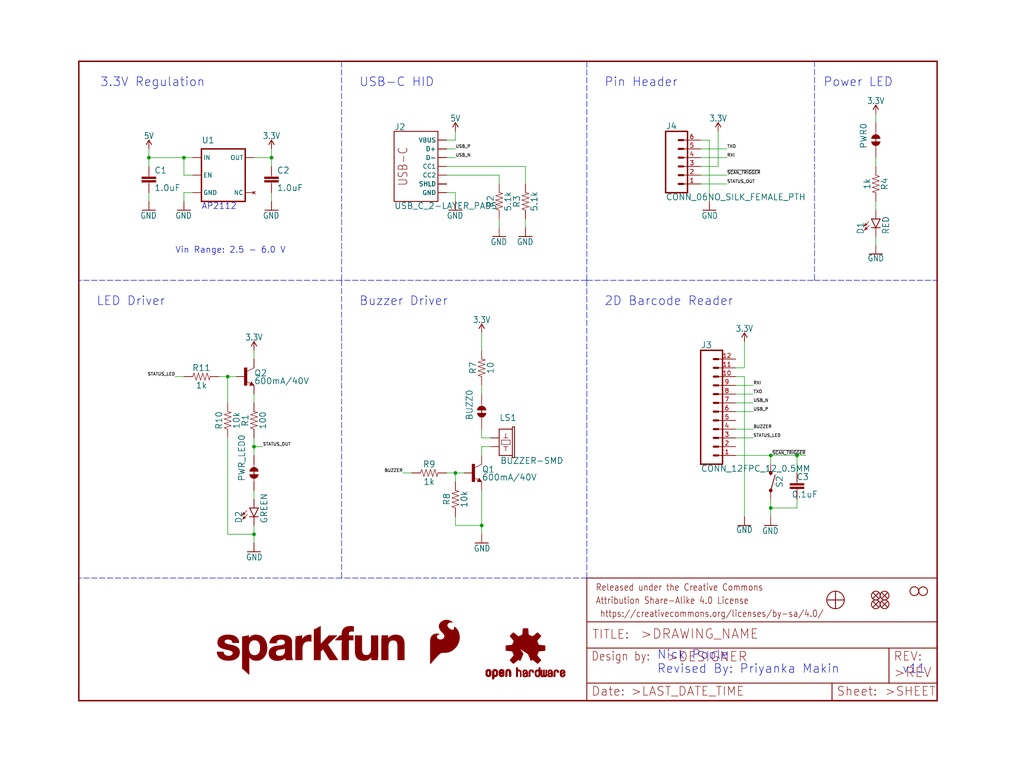
<source format=kicad_sch>
(kicad_sch (version 20211123) (generator eeschema)
  (paper "User" 297.002 223.926)
  (lib_symbols
    (symbol "eagleSchem-eagle-import:0.1UF-0603-25V-(+80{slash}-20%)"
      (property "Reference" "C" (at 1.524 2.921 0))
      (property "Value" "0.1UF-0603-25V-(+80{slash}-20%)" (at 1.524 -2.159 0))
      (symbol "0.1UF-0603-25V-(+80{slash}-20%)_1_0"
        (pin passive line (at 0 5.08 270) (length 2.54) (name "1") (number "1"))
        (pin passive line (at 0 -2.54 90) (length 2.54) (name "2") (number "2"))
      )
    )
    (symbol "eagleSchem-eagle-import:1.0UF-0603-16V-10%"
      (property "Reference" "C" (at 1.524 2.921 0))
      (property "Value" "1.0UF-0603-16V-10%" (at 1.524 -2.159 0))
      (symbol "1.0UF-0603-16V-10%_1_0"
        (pin passive line (at 0 5.08 270) (length 2.54) (name "1") (number "1"))
        (pin passive line (at 0 -2.54 90) (length 2.54) (name "2") (number "2"))
      )
    )
    (symbol "eagleSchem-eagle-import:100OHM-0603-1{slash}10W-1%"
      (property "Reference" "R" (at 0 1.524 0))
      (property "Value" "100OHM-0603-1{slash}10W-1%" (at 0 -1.524 0))
      (symbol "100OHM-0603-1{slash}10W-1%_1_0"
        (pin passive line (at -5.08 0 0) (length 2.54) (name "1") (number "1"))
        (pin passive line (at 5.08 0 180) (length 2.54) (name "2") (number "2"))
      )
    )
    (symbol "eagleSchem-eagle-import:10KOHM-0603-1{slash}10W-1%"
      (property "Reference" "R" (at 0 1.524 0))
      (property "Value" "10KOHM-0603-1{slash}10W-1%" (at 0 -1.524 0))
      (symbol "10KOHM-0603-1{slash}10W-1%_1_0"
        (pin passive line (at -5.08 0 0) (length 2.54) (name "1") (number "1"))
        (pin passive line (at 5.08 0 180) (length 2.54) (name "2") (number "2"))
      )
    )
    (symbol "eagleSchem-eagle-import:10OHM-0603-1{slash}10W-5%"
      (property "Reference" "R" (at 0 1.524 0))
      (property "Value" "10OHM-0603-1{slash}10W-5%" (at 0 -1.524 0))
      (symbol "10OHM-0603-1{slash}10W-5%_1_0"
        (pin passive line (at -5.08 0 0) (length 2.54) (name "1") (number "1"))
        (pin passive line (at 5.08 0 180) (length 2.54) (name "2") (number "2"))
      )
    )
    (symbol "eagleSchem-eagle-import:1KOHM-0603-1{slash}10W-1%"
      (property "Reference" "R" (at 0 1.524 0))
      (property "Value" "1KOHM-0603-1{slash}10W-1%" (at 0 -1.524 0))
      (symbol "1KOHM-0603-1{slash}10W-1%_1_0"
        (pin passive line (at -5.08 0 0) (length 2.54) (name "1") (number "1"))
        (pin passive line (at 5.08 0 180) (length 2.54) (name "2") (number "2"))
      )
    )
    (symbol "eagleSchem-eagle-import:3.3V" (power)
      (property "Value" "3.3V" (at 0 2.794 0))
      (symbol "3.3V_1_0"
        (pin power_in line (at 0 0 90) (length 2.54) (name "3.3V") (number "1"))
      )
    )
    (symbol "eagleSchem-eagle-import:5.1KOHM5.1KOHM-0603-1{slash}10W-1%"
      (property "Reference" "R" (at 0 1.524 0))
      (property "Value" "5.1KOHM5.1KOHM-0603-1{slash}10W-1%" (at 0 -1.524 0))
      (symbol "5.1KOHM5.1KOHM-0603-1{slash}10W-1%_1_0"
        (pin passive line (at -5.08 0 0) (length 2.54) (name "1") (number "1"))
        (pin passive line (at 5.08 0 180) (length 2.54) (name "2") (number "2"))
      )
    )
    (symbol "eagleSchem-eagle-import:5V" (power)
      (property "Value" "5V" (at 0 2.794 0))
      (symbol "5V_1_0"
        (pin power_in line (at 0 0 90) (length 2.54) (name "5V") (number "1"))
      )
    )
    (symbol "eagleSchem-eagle-import:BARCODE_SCANNER_MOUNT")
    (symbol "eagleSchem-eagle-import:BUZZER-SMD"
      (property "Reference" "LS" (at -2.54 4.826 0))
      (property "Value" "BUZZER-SMD" (at 5.334 0 0))
      (symbol "BUZZER-SMD_1_0"
        (pin passive line (at 0 -2.54 90) (length 2.54) (name "1") (number "+"))
        (pin passive line (at 2.54 -2.54 90) (length 2.54) (name "2") (number "-"))
      )
    )
    (symbol "eagleSchem-eagle-import:CONN_06NO_SILK_FEMALE_PTH"
      (property "Reference" "J" (at -5.08 10.668 0))
      (property "Value" "CONN_06NO_SILK_FEMALE_PTH" (at -5.08 -9.906 0))
      (symbol "CONN_06NO_SILK_FEMALE_PTH_1_0"
        (pin passive line (at 5.08 -5.08 180) (length 5.08) (name "1") (number "1"))
        (pin passive line (at 5.08 -2.54 180) (length 5.08) (name "2") (number "2"))
        (pin passive line (at 5.08 0 180) (length 5.08) (name "3") (number "3"))
        (pin passive line (at 5.08 2.54 180) (length 5.08) (name "4") (number "4"))
        (pin passive line (at 5.08 5.08 180) (length 5.08) (name "5") (number "5"))
        (pin passive line (at 5.08 7.62 180) (length 5.08) (name "6") (number "6"))
      )
    )
    (symbol "eagleSchem-eagle-import:CONN_12FPC_12_0.5MM"
      (property "Reference" "J" (at 0 15.748 0))
      (property "Value" "CONN_12FPC_12_0.5MM" (at 0 -20.066 0))
      (symbol "CONN_12FPC_12_0.5MM_1_0"
        (pin passive line (at 10.16 -15.24 180) (length 5.08) (name "1") (number "1"))
        (pin passive line (at 10.16 7.62 180) (length 5.08) (name "10") (number "10"))
        (pin passive line (at 10.16 10.16 180) (length 5.08) (name "11") (number "11"))
        (pin passive line (at 10.16 12.7 180) (length 5.08) (name "12") (number "12"))
        (pin passive line (at 10.16 -12.7 180) (length 5.08) (name "2") (number "2"))
        (pin passive line (at 10.16 -10.16 180) (length 5.08) (name "3") (number "3"))
        (pin passive line (at 10.16 -7.62 180) (length 5.08) (name "4") (number "4"))
        (pin passive line (at 10.16 -5.08 180) (length 5.08) (name "5") (number "5"))
        (pin passive line (at 10.16 -2.54 180) (length 5.08) (name "6") (number "6"))
        (pin passive line (at 10.16 0 180) (length 5.08) (name "7") (number "7"))
        (pin passive line (at 10.16 2.54 180) (length 5.08) (name "8") (number "8"))
        (pin passive line (at 10.16 5.08 180) (length 5.08) (name "9") (number "9"))
      )
    )
    (symbol "eagleSchem-eagle-import:FIDUCIALUFIDUCIAL")
    (symbol "eagleSchem-eagle-import:FRAME-LETTER"
      (symbol "FRAME-LETTER_2_0"
        (text " https://creativecommons.org/licenses/by-sa/4.0/" (at 2.54 24.13 0) (effects (font (size 1.9304 1.6408)) (justify left bottom)))
        (text ">DESIGNER" (at 23.114 11.176 0) (effects (font (size 2.7432 2.7432)) (justify left bottom)))
        (text ">DRAWING_NAME" (at 15.494 17.78 0) (effects (font (size 2.7432 2.7432)) (justify left bottom)))
        (text ">LAST_DATE_TIME" (at 12.7 1.27 0) (effects (font (size 2.54 2.54)) (justify left bottom)))
        (text ">REV" (at 88.9 6.604 0) (effects (font (size 2.7432 2.7432)) (justify left bottom)))
        (text ">SHEET" (at 86.36 1.27 0) (effects (font (size 2.54 2.54)) (justify left bottom)))
        (text "Attribution Share-Alike 4.0 License" (at 2.54 27.94 0) (effects (font (size 1.9304 1.6408)) (justify left bottom)))
        (text "Date:" (at 1.27 1.27 0) (effects (font (size 2.54 2.54)) (justify left bottom)))
        (text "Design by:" (at 1.27 11.43 0) (effects (font (size 2.54 2.159)) (justify left bottom)))
        (text "Released under the Creative Commons" (at 2.54 31.75 0) (effects (font (size 1.9304 1.6408)) (justify left bottom)))
        (text "REV:" (at 88.9 11.43 0) (effects (font (size 2.54 2.54)) (justify left bottom)))
        (text "Sheet:" (at 72.39 1.27 0) (effects (font (size 2.54 2.54)) (justify left bottom)))
        (text "TITLE:" (at 1.524 17.78 0) (effects (font (size 2.54 2.54)) (justify left bottom)))
      )
    )
    (symbol "eagleSchem-eagle-import:GND" (power)
      (property "Value" "GND" (at 0 -0.254 0))
      (symbol "GND_1_0"
        (pin power_in line (at 0 2.54 270) (length 2.54) (name "GND") (number "1"))
      )
    )
    (symbol "eagleSchem-eagle-import:JUMPER-SMT_2_NC_TRACE_SILK"
      (property "Reference" "JP" (at -2.54 2.54 0))
      (property "Value" "JUMPER-SMT_2_NC_TRACE_SILK" (at -2.54 -2.54 0))
      (symbol "JUMPER-SMT_2_NC_TRACE_SILK_1_0"
        (pin passive line (at -5.08 0 0) (length 2.54) (name "1") (number "1"))
        (pin passive line (at 5.08 0 180) (length 2.54) (name "2") (number "2"))
      )
    )
    (symbol "eagleSchem-eagle-import:LED-GREEN0603"
      (property "Reference" "D" (at -3.429 -4.572 90))
      (property "Value" "LED-GREEN0603" (at 1.905 -4.572 90))
      (symbol "LED-GREEN0603_1_0"
        (pin passive line (at 0 2.54 270) (length 2.54) (name "A") (number "A"))
        (pin passive line (at 0 -5.08 90) (length 2.54) (name "C") (number "C"))
      )
    )
    (symbol "eagleSchem-eagle-import:LED-RED0603"
      (property "Reference" "D" (at -3.429 -4.572 90))
      (property "Value" "LED-RED0603" (at 1.905 -4.572 90))
      (symbol "LED-RED0603_1_0"
        (pin passive line (at 0 2.54 270) (length 2.54) (name "A") (number "A"))
        (pin passive line (at 0 -5.08 90) (length 2.54) (name "C") (number "C"))
      )
    )
    (symbol "eagleSchem-eagle-import:MOMENTARY-SWITCH-SPST-SMD-5.2MM-TALL"
      (property "Reference" "S" (at 0 1.524 0))
      (property "Value" "MOMENTARY-SWITCH-SPST-SMD-5.2MM-TALL" (at 0 -0.508 0))
      (symbol "MOMENTARY-SWITCH-SPST-SMD-5.2MM-TALL_1_0"
        (pin passive line (at -5.08 0 0) (length 2.54) (name "1") (number "1"))
        (pin passive line (at 5.08 0 180) (length 2.54) (name "2") (number "3"))
      )
    )
    (symbol "eagleSchem-eagle-import:OSHW-LOGOS")
    (symbol "eagleSchem-eagle-import:SFE_LOGO_FLAME.1_INCH")
    (symbol "eagleSchem-eagle-import:SFE_LOGO_NAME.1_INCH")
    (symbol "eagleSchem-eagle-import:STAND-OFF")
    (symbol "eagleSchem-eagle-import:TRANS_NPN-MMBT2222AL"
      (property "Reference" "Q" (at 2.54 0 0))
      (property "Value" "TRANS_NPN-MMBT2222AL" (at 2.54 -2.286 0))
      (symbol "TRANS_NPN-MMBT2222AL_1_0"
        (pin passive line (at -2.54 0 0) (length 2.54) (name "B") (number "1"))
        (pin passive line (at 2.54 -5.08 90) (length 2.54) (name "E") (number "2"))
        (pin passive line (at 2.54 5.08 270) (length 2.54) (name "C") (number "3"))
      )
    )
    (symbol "eagleSchem-eagle-import:USB_C_2-LAYER_PADS"
      (property "Reference" "J" (at -2.54 10.414 0))
      (property "Value" "USB_C_2-LAYER_PADS" (at -2.54 -12.446 0))
      (symbol "USB_C_2-LAYER_PADS_1_0"
        (text "USB-C" (at 0 0 900) (effects (font (size 2.54 2.159))))
        (pin bidirectional line (at 12.7 0 180) (length 2.54) (name "CC1") (number "A5"))
        (pin bidirectional line (at 12.7 5.08 180) (length 2.54) (name "D+") (number "A6"))
        (pin bidirectional line (at 12.7 2.54 180) (length 2.54) (name "D-") (number "A7"))
        (pin bidirectional line (at 12.7 -2.54 180) (length 2.54) (name "CC2") (number "B5"))
        (pin bidirectional line (at 12.7 5.08 180) (length 2.54) (name "D+") (number "B6"))
        (pin bidirectional line (at 12.7 2.54 180) (length 2.54) (name "D-") (number "B7"))
        (pin bidirectional line (at 12.7 -7.62 180) (length 2.54) (name "GND") (number "GND"))
        (pin bidirectional line (at 12.7 -7.62 180) (length 2.54) (name "GND") (number "GND2"))
        (pin bidirectional line (at 12.7 -5.08 180) (length 2.54) (name "SHLD") (number "SHLD1"))
        (pin bidirectional line (at 12.7 -5.08 180) (length 2.54) (name "SHLD") (number "SHLD2"))
        (pin bidirectional line (at 12.7 -5.08 180) (length 2.54) (name "SHLD") (number "SHLD3"))
        (pin bidirectional line (at 12.7 -5.08 180) (length 2.54) (name "SHLD") (number "SHLD4"))
        (pin bidirectional line (at 12.7 7.62 180) (length 2.54) (name "VBUS") (number "VBUS1"))
        (pin bidirectional line (at 12.7 7.62 180) (length 2.54) (name "VBUS") (number "VBUS2"))
      )
    )
    (symbol "eagleSchem-eagle-import:V_REG_AP2112K-3.3V"
      (property "Reference" "U" (at -7.62 7.874 0))
      (property "Value" "V_REG_AP2112K-3.3V" (at -7.62 -7.874 0))
      (symbol "V_REG_AP2112K-3.3V_1_0"
        (pin input line (at -10.16 5.08 0) (length 2.54) (name "IN") (number "1"))
        (pin input line (at -10.16 -5.08 0) (length 2.54) (name "GND") (number "2"))
        (pin input line (at -10.16 0 0) (length 2.54) (name "EN") (number "3"))
        (pin no_connect line (at 7.62 -5.08 180) (length 2.54) (name "NC") (number "4"))
        (pin passive line (at 7.62 5.08 180) (length 2.54) (name "OUT") (number "5"))
      )
    )
  )
  (junction (at 231.14 132.08))
  (junction (at 53.34 45.72))
  (junction (at 139.7 152.4))
  (junction (at 43.18 45.72))
  (junction (at 78.74 45.72))
  (junction (at 73.66 129.54))
  (junction (at 73.66 154.94))
  (junction (at 66.04 109.22))
  (junction (at 223.52 132.08))
  (junction (at 132.08 137.16))
  (junction (at 223.52 147.32))
  (wire (pts (xy 144.78 66.04) (xy 144.78 63.5)))
  (wire (pts (xy 231.14 132.08) (xy 233.68 132.08)))
  (wire (pts (xy 203.2 50.8) (xy 210.82 50.8)))
  (wire (pts (xy 213.36 127) (xy 218.44 127)))
  (polyline (pts (xy 170.18 167.64) (xy 170.18 81.28)))
  (wire (pts (xy 73.66 142.24) (xy 73.66 144.78)))
  (polyline (pts (xy 170.18 81.28) (xy 170.18 17.78)))
  (wire (pts (xy 254 58.42) (xy 254 60.96)))
  (wire (pts (xy 43.18 48.26) (xy 43.18 45.72)))
  (wire (pts (xy 129.54 40.64) (xy 132.08 40.64)))
  (wire (pts (xy 152.4 66.04) (xy 152.4 63.5)))
  (wire (pts (xy 223.52 147.32) (xy 223.52 144.78)))
  (wire (pts (xy 73.66 127) (xy 73.66 129.54)))
  (polyline (pts (xy 99.06 81.28) (xy 99.06 167.64)))
  (wire (pts (xy 132.08 149.86) (xy 132.08 152.4)))
  (wire (pts (xy 203.2 43.18) (xy 210.82 43.18)))
  (polyline (pts (xy 170.18 167.64) (xy 99.06 167.64)))
  (wire (pts (xy 73.66 157.48) (xy 73.66 154.94)))
  (wire (pts (xy 66.04 154.94) (xy 73.66 154.94)))
  (wire (pts (xy 223.52 149.86) (xy 223.52 147.32)))
  (wire (pts (xy 223.52 132.08) (xy 223.52 134.62)))
  (wire (pts (xy 213.36 116.84) (xy 218.44 116.84)))
  (wire (pts (xy 254 33.02) (xy 254 35.56)))
  (wire (pts (xy 73.66 129.54) (xy 73.66 132.08)))
  (wire (pts (xy 205.74 40.64) (xy 205.74 58.42)))
  (wire (pts (xy 129.54 48.26) (xy 152.4 48.26)))
  (wire (pts (xy 55.88 55.88) (xy 53.34 55.88)))
  (polyline (pts (xy 170.18 81.28) (xy 236.22 81.28)))
  (wire (pts (xy 231.14 147.32) (xy 223.52 147.32)))
  (wire (pts (xy 129.54 45.72) (xy 132.08 45.72)))
  (wire (pts (xy 254 68.58) (xy 254 71.12)))
  (wire (pts (xy 231.14 144.78) (xy 231.14 147.32)))
  (wire (pts (xy 213.36 111.76) (xy 218.44 111.76)))
  (wire (pts (xy 73.66 101.6) (xy 73.66 104.14)))
  (polyline (pts (xy 170.18 81.28) (xy 99.06 81.28)))
  (wire (pts (xy 231.14 132.08) (xy 223.52 132.08)))
  (wire (pts (xy 53.34 109.22) (xy 50.8 109.22)))
  (wire (pts (xy 139.7 124.46) (xy 139.7 127)))
  (polyline (pts (xy 236.22 17.78) (xy 236.22 81.28)))
  (wire (pts (xy 139.7 152.4) (xy 139.7 142.24)))
  (wire (pts (xy 78.74 45.72) (xy 73.66 45.72)))
  (wire (pts (xy 129.54 43.18) (xy 132.08 43.18)))
  (wire (pts (xy 134.62 137.16) (xy 132.08 137.16)))
  (wire (pts (xy 78.74 45.72) (xy 78.74 48.26)))
  (wire (pts (xy 215.9 109.22) (xy 215.9 149.86)))
  (wire (pts (xy 132.08 137.16) (xy 132.08 139.7)))
  (wire (pts (xy 139.7 114.3) (xy 139.7 111.76)))
  (polyline (pts (xy 99.06 81.28) (xy 22.86 81.28)))
  (wire (pts (xy 73.66 116.84) (xy 73.66 114.3)))
  (wire (pts (xy 213.36 109.22) (xy 215.9 109.22)))
  (wire (pts (xy 78.74 58.42) (xy 78.74 55.88)))
  (wire (pts (xy 73.66 129.54) (xy 76.2 129.54)))
  (wire (pts (xy 213.36 114.3) (xy 218.44 114.3)))
  (wire (pts (xy 66.04 109.22) (xy 63.5 109.22)))
  (wire (pts (xy 144.78 50.8) (xy 144.78 53.34)))
  (wire (pts (xy 208.28 38.1) (xy 208.28 48.26)))
  (wire (pts (xy 139.7 152.4) (xy 139.7 154.94)))
  (wire (pts (xy 53.34 45.72) (xy 43.18 45.72)))
  (wire (pts (xy 78.74 43.18) (xy 78.74 45.72)))
  (wire (pts (xy 139.7 101.6) (xy 139.7 96.52)))
  (polyline (pts (xy 236.22 81.28) (xy 271.78 81.28)))
  (polyline (pts (xy 99.06 167.64) (xy 22.86 167.64)))
  (wire (pts (xy 254 45.72) (xy 254 48.26)))
  (wire (pts (xy 213.36 106.68) (xy 215.9 106.68)))
  (wire (pts (xy 119.38 137.16) (xy 116.84 137.16)))
  (wire (pts (xy 203.2 40.64) (xy 205.74 40.64)))
  (wire (pts (xy 139.7 127) (xy 142.24 127)))
  (wire (pts (xy 53.34 50.8) (xy 53.34 45.72)))
  (wire (pts (xy 132.08 152.4) (xy 139.7 152.4)))
  (wire (pts (xy 132.08 40.64) (xy 132.08 38.1)))
  (wire (pts (xy 66.04 109.22) (xy 68.58 109.22)))
  (wire (pts (xy 152.4 53.34) (xy 152.4 48.26)))
  (wire (pts (xy 53.34 45.72) (xy 55.88 45.72)))
  (polyline (pts (xy 99.06 81.28) (xy 99.06 17.78)))
  (wire (pts (xy 43.18 58.42) (xy 43.18 55.88)))
  (wire (pts (xy 223.52 132.08) (xy 213.36 132.08)))
  (wire (pts (xy 129.54 55.88) (xy 132.08 55.88)))
  (wire (pts (xy 73.66 154.94) (xy 73.66 152.4)))
  (wire (pts (xy 213.36 119.38) (xy 218.44 119.38)))
  (wire (pts (xy 55.88 50.8) (xy 53.34 50.8)))
  (wire (pts (xy 43.18 43.18) (xy 43.18 45.72)))
  (wire (pts (xy 213.36 124.46) (xy 218.44 124.46)))
  (wire (pts (xy 203.2 48.26) (xy 208.28 48.26)))
  (wire (pts (xy 129.54 50.8) (xy 144.78 50.8)))
  (wire (pts (xy 139.7 129.54) (xy 142.24 129.54)))
  (wire (pts (xy 231.14 137.16) (xy 231.14 132.08)))
  (wire (pts (xy 132.08 55.88) (xy 132.08 58.42)))
  (wire (pts (xy 139.7 132.08) (xy 139.7 129.54)))
  (wire (pts (xy 66.04 127) (xy 66.04 154.94)))
  (wire (pts (xy 215.9 106.68) (xy 215.9 99.06)))
  (wire (pts (xy 53.34 55.88) (xy 53.34 58.42)))
  (wire (pts (xy 203.2 45.72) (xy 210.82 45.72)))
  (wire (pts (xy 203.2 53.34) (xy 210.82 53.34)))
  (wire (pts (xy 132.08 137.16) (xy 129.54 137.16)))
  (wire (pts (xy 66.04 116.84) (xy 66.04 109.22)))
  (text "Power LED" (at 238.76 25.4 180) (effects (font (size 2.54 2.54)) (justify left bottom)))
  (text "LED Driver" (at 27.94 88.9 180) (effects (font (size 2.54 2.54)) (justify left bottom)))
  (text "USB-C HID" (at 104.14 25.4 180) (effects (font (size 2.54 2.54)) (justify left bottom)))
  (text "Nick Poole\nRevised By: Priyanka Makin" (at 190.5 195.58 180) (effects (font (size 2.54 2.54)) (justify left bottom)))
  (text "Vin Range: 2.5 - 6.0 V" (at 50.8 73.66 180) (effects (font (size 1.778 1.778)) (justify left bottom)))
  (text "Pin Header" (at 175.26 25.4 180) (effects (font (size 2.54 2.54)) (justify left bottom)))
  (text "v11" (at 261.62 195.58 180) (effects (font (size 2.54 2.54)) (justify left bottom)))
  (text "AP2112" (at 58.42 60.96 180) (effects (font (size 1.778 1.778)) (justify left bottom)))
  (text "2D Barcode Reader" (at 175.26 88.9 180) (effects (font (size 2.54 2.54)) (justify left bottom)))
  (text "Buzzer Driver" (at 104.14 88.9 180) (effects (font (size 2.54 2.54)) (justify left bottom)))
  (text "3.3V Regulation" (at 28.956 25.4 180) (effects (font (size 2.54 2.54)) (justify left bottom)))
  (label "USB_P" (at 218.44 119.38 0) (effects (font (size 0.889 0.889))))
  (label "BUZZER" (at 218.44 124.46 0) (effects (font (size 0.889 0.889))))
  (label "STATUS_LED" (at 218.44 127 0) (effects (font (size 0.889 0.889))))
  (label "STATUS_OUT" (at 210.82 53.34 0) (effects (font (size 0.889 0.889))))
  (label "RXI" (at 218.44 111.76 0) (effects (font (size 0.889 0.889))))
  (label "~{SCAN_TRIGGER}" (at 210.82 50.8 0) (effects (font (size 0.889 0.889))))
  (label "TXO" (at 218.44 114.3 0) (effects (font (size 0.889 0.889))))
  (label "STATUS_LED" (at 50.8 109.22 180) (effects (font (size 0.889 0.889))))
  (label "~{SCAN_TRIGGER}" (at 233.68 132.08 180) (effects (font (size 0.889 0.889))))
  (label "USB_N" (at 218.44 116.84 0) (effects (font (size 0.889 0.889))))
  (label "TXO" (at 210.82 43.18 0) (effects (font (size 0.889 0.889))))
  (label "BUZZER" (at 116.84 137.16 180) (effects (font (size 0.889 0.889))))
  (label "USB_N" (at 132.08 45.72 0) (effects (font (size 0.889 0.889))))
  (label "RXI" (at 210.82 45.72 0) (effects (font (size 0.889 0.889))))
  (label "USB_P" (at 132.08 43.18 0) (effects (font (size 0.889 0.889))))
  (label "STATUS_OUT" (at 76.2 129.54 0) (effects (font (size 0.889 0.889))))
  (symbol (lib_id "eagleSchem-eagle-import:FRAME-LETTER") (at 22.86 203.2 0) (unit 1)
    (property "Reference" "FRAME1" (effects hide))
    (property "Value" "FRAME-LETTER" (effects hide))
    (property "Footprint" "eagleSchem:CREATIVE_COMMONS" (effects hide))
  )
  (symbol (lib_id "eagleSchem-eagle-import:3.3V") (at 139.7 96.52 0) (unit 1)
    (property "Reference" "#SUPPLY5" (effects hide))
    (property "Value" "3.3V" (at 139.7 93.726 0) (effects (font (size 1.778 1.5113)) (justify bottom)))
    (property "Footprint" "eagleSchem:" (effects hide))
  )
  (symbol (lib_id "eagleSchem-eagle-import:GND") (at 223.52 152.4 0) (unit 1)
    (property "Reference" "#GND13" (effects hide))
    (property "Value" "GND" (at 220.98 154.94 0) (effects (font (size 1.778 1.5113)) (justify left bottom)))
    (property "Footprint" "eagleSchem:" (effects hide))
  )
  (symbol (lib_id "eagleSchem-eagle-import:GND") (at 73.66 160.02 0) (mirror y) (unit 1)
    (property "Reference" "#GND10" (effects hide))
    (property "Value" "GND" (at 76.2 162.56 0) (effects (font (size 1.778 1.5113)) (justify left bottom)))
    (property "Footprint" "eagleSchem:" (effects hide))
  )
  (symbol (lib_id "eagleSchem-eagle-import:5.1KOHM5.1KOHM-0603-1{slash}10W-1%") (at 144.78 58.42 90) (unit 1)
    (property "Reference" "R2" (at 143.256 58.42 0) (effects (font (size 1.778 1.778)) (justify bottom)))
    (property "Value" "5.1k" (at 146.304 58.42 0) (effects (font (size 1.778 1.778)) (justify top)))
    (property "Footprint" "eagleSchem:0603" (effects hide))
  )
  (symbol (lib_id "eagleSchem-eagle-import:FRAME-LETTER") (at 170.18 203.2 0) (unit 2)
    (property "Reference" "FRAME1" (effects hide))
    (property "Value" "FRAME-LETTER" (effects hide))
    (property "Footprint" "eagleSchem:CREATIVE_COMMONS" (effects hide))
  )
  (symbol (lib_id "eagleSchem-eagle-import:STAND-OFF") (at 265.176 171.45 0) (unit 1)
    (property "Reference" "H3" (effects hide))
    (property "Value" "STAND-OFF" (effects hide))
    (property "Footprint" "eagleSchem:STAND-OFF" (effects hide))
  )
  (symbol (lib_id "eagleSchem-eagle-import:GND") (at 215.9 152.4 0) (unit 1)
    (property "Reference" "#GND12" (effects hide))
    (property "Value" "GND" (at 215.9 152.654 0) (effects (font (size 1.778 1.5113)) (justify top)))
    (property "Footprint" "eagleSchem:" (effects hide))
  )
  (symbol (lib_id "eagleSchem-eagle-import:GND") (at 254 73.66 0) (unit 1)
    (property "Reference" "#GND2" (effects hide))
    (property "Value" "GND" (at 254 73.914 0) (effects (font (size 1.778 1.5113)) (justify top)))
    (property "Footprint" "eagleSchem:" (effects hide))
  )
  (symbol (lib_id "eagleSchem-eagle-import:5V") (at 43.18 43.18 0) (unit 1)
    (property "Reference" "#SUPPLY8" (effects hide))
    (property "Value" "5V" (at 43.18 40.386 0) (effects (font (size 1.778 1.5113)) (justify bottom)))
    (property "Footprint" "eagleSchem:" (effects hide))
  )
  (symbol (lib_id "eagleSchem-eagle-import:1.0UF-0603-16V-10%") (at 78.74 53.34 0) (unit 1)
    (property "Reference" "C2" (at 80.264 50.419 0) (effects (font (size 1.778 1.778)) (justify left bottom)))
    (property "Value" "1.0uF" (at 80.264 55.499 0) (effects (font (size 1.778 1.778)) (justify left bottom)))
    (property "Footprint" "eagleSchem:0603" (effects hide))
  )
  (symbol (lib_id "eagleSchem-eagle-import:GND") (at 43.18 60.96 0) (unit 1)
    (property "Reference" "#GND6" (effects hide))
    (property "Value" "GND" (at 40.64 63.5 0) (effects (font (size 1.778 1.5113)) (justify left bottom)))
    (property "Footprint" "eagleSchem:" (effects hide))
  )
  (symbol (lib_id "eagleSchem-eagle-import:FIDUCIALUFIDUCIAL") (at 254 175.26 0) (unit 1)
    (property "Reference" "FD4" (effects hide))
    (property "Value" "FIDUCIALUFIDUCIAL" (effects hide))
    (property "Footprint" "eagleSchem:FIDUCIAL-MICRO" (effects hide))
  )
  (symbol (lib_id "eagleSchem-eagle-import:GND") (at 139.7 157.48 0) (mirror y) (unit 1)
    (property "Reference" "#GND8" (effects hide))
    (property "Value" "GND" (at 142.24 160.02 0) (effects (font (size 1.778 1.5113)) (justify left bottom)))
    (property "Footprint" "eagleSchem:" (effects hide))
  )
  (symbol (lib_id "eagleSchem-eagle-import:1KOHM-0603-1{slash}10W-1%") (at 124.46 137.16 0) (unit 1)
    (property "Reference" "R9" (at 124.46 135.636 0) (effects (font (size 1.778 1.778)) (justify bottom)))
    (property "Value" "1k" (at 124.46 138.684 0) (effects (font (size 1.778 1.778)) (justify top)))
    (property "Footprint" "eagleSchem:0603" (effects hide))
  )
  (symbol (lib_id "eagleSchem-eagle-import:BUZZER-SMD") (at 144.78 127 270) (unit 1)
    (property "Reference" "LS1" (at 144.78 122.174 90) (effects (font (size 1.778 1.778)) (justify left bottom)))
    (property "Value" "BUZZER-SMD" (at 145.034 134.62 90) (effects (font (size 1.778 1.778)) (justify left bottom)))
    (property "Footprint" "eagleSchem:BUZZER-CCV" (effects hide))
  )
  (symbol (lib_id "eagleSchem-eagle-import:GND") (at 132.08 60.96 0) (unit 1)
    (property "Reference" "#GND4" (effects hide))
    (property "Value" "GND" (at 129.54 63.5 0) (effects (font (size 1.778 1.5113)) (justify left bottom)))
    (property "Footprint" "eagleSchem:" (effects hide))
  )
  (symbol (lib_id "eagleSchem-eagle-import:3.3V") (at 73.66 101.6 0) (unit 1)
    (property "Reference" "#SUPPLY6" (effects hide))
    (property "Value" "3.3V" (at 73.66 98.806 0) (effects (font (size 1.778 1.5113)) (justify bottom)))
    (property "Footprint" "eagleSchem:" (effects hide))
  )
  (symbol (lib_id "eagleSchem-eagle-import:TRANS_NPN-MMBT2222AL") (at 137.16 137.16 0) (unit 1)
    (property "Reference" "Q1" (at 139.7 137.16 0) (effects (font (size 1.778 1.778)) (justify left bottom)))
    (property "Value" "600mA/40V" (at 139.7 139.446 0) (effects (font (size 1.778 1.778)) (justify left bottom)))
    (property "Footprint" "eagleSchem:SOT23-3" (effects hide))
  )
  (symbol (lib_id "eagleSchem-eagle-import:5.1KOHM5.1KOHM-0603-1{slash}10W-1%") (at 152.4 58.42 90) (unit 1)
    (property "Reference" "R3" (at 150.876 58.42 0) (effects (font (size 1.778 1.778)) (justify bottom)))
    (property "Value" "5.1k" (at 153.924 58.42 0) (effects (font (size 1.778 1.778)) (justify top)))
    (property "Footprint" "eagleSchem:0603" (effects hide))
  )
  (symbol (lib_id "eagleSchem-eagle-import:GND") (at 78.74 60.96 0) (unit 1)
    (property "Reference" "#GND5" (effects hide))
    (property "Value" "GND" (at 76.2 63.5 0) (effects (font (size 1.778 1.5113)) (justify left bottom)))
    (property "Footprint" "eagleSchem:" (effects hide))
  )
  (symbol (lib_id "eagleSchem-eagle-import:OSHW-LOGOS") (at 152.4 187.96 0) (unit 1)
    (property "Reference" "LOGO1" (effects hide))
    (property "Value" "OSHW-LOGOS" (effects hide))
    (property "Footprint" "eagleSchem:OSHW-LOGO-S" (effects hide))
  )
  (symbol (lib_id "eagleSchem-eagle-import:100OHM-0603-1{slash}10W-1%") (at 73.66 121.92 90) (unit 1)
    (property "Reference" "R1" (at 72.136 121.92 0) (effects (font (size 1.778 1.778)) (justify bottom)))
    (property "Value" "100" (at 75.184 121.92 0) (effects (font (size 1.778 1.778)) (justify top)))
    (property "Footprint" "eagleSchem:0603" (effects hide))
  )
  (symbol (lib_id "eagleSchem-eagle-import:LED-GREEN0603") (at 73.66 147.32 0) (unit 1)
    (property "Reference" "D2" (at 70.231 151.892 90) (effects (font (size 1.778 1.778)) (justify left bottom)))
    (property "Value" "GREEN" (at 75.565 151.892 90) (effects (font (size 1.778 1.778)) (justify left top)))
    (property "Footprint" "eagleSchem:LED-0603" (effects hide))
  )
  (symbol (lib_id "eagleSchem-eagle-import:3.3V") (at 78.74 43.18 0) (unit 1)
    (property "Reference" "#SUPPLY10" (effects hide))
    (property "Value" "3.3V" (at 78.74 40.386 0) (effects (font (size 1.778 1.5113)) (justify bottom)))
    (property "Footprint" "eagleSchem:" (effects hide))
  )
  (symbol (lib_id "eagleSchem-eagle-import:3.3V") (at 208.28 38.1 0) (unit 1)
    (property "Reference" "#SUPPLY7" (effects hide))
    (property "Value" "3.3V" (at 208.28 35.306 0) (effects (font (size 1.778 1.5113)) (justify bottom)))
    (property "Footprint" "eagleSchem:" (effects hide))
  )
  (symbol (lib_id "eagleSchem-eagle-import:GND") (at 53.34 60.96 0) (unit 1)
    (property "Reference" "#GND9" (effects hide))
    (property "Value" "GND" (at 50.8 63.5 0) (effects (font (size 1.778 1.5113)) (justify left bottom)))
    (property "Footprint" "eagleSchem:" (effects hide))
  )
  (symbol (lib_id "eagleSchem-eagle-import:10OHM-0603-1{slash}10W-5%") (at 139.7 106.68 90) (unit 1)
    (property "Reference" "R7" (at 138.176 106.68 0) (effects (font (size 1.778 1.778)) (justify bottom)))
    (property "Value" "10" (at 141.224 106.68 0) (effects (font (size 1.778 1.778)) (justify top)))
    (property "Footprint" "eagleSchem:0603" (effects hide))
  )
  (symbol (lib_id "eagleSchem-eagle-import:SFE_LOGO_FLAME.1_INCH") (at 124.46 193.04 0) (unit 1)
    (property "Reference" "LOGO2" (effects hide))
    (property "Value" "SFE_LOGO_FLAME.1_INCH" (effects hide))
    (property "Footprint" "eagleSchem:SFE_LOGO_FLAME_.1" (effects hide))
  )
  (symbol (lib_id "eagleSchem-eagle-import:V_REG_AP2112K-3.3V") (at 66.04 50.8 0) (unit 1)
    (property "Reference" "U1" (at 58.42 41.656 0) (effects (font (size 1.778 1.778)) (justify left bottom)))
    (property "Value" "3.3V" (effects hide))
    (property "Footprint" "eagleSchem:SOT23-5" (effects hide))
  )
  (symbol (lib_id "eagleSchem-eagle-import:FIDUCIALUFIDUCIAL") (at 256.54 172.72 0) (unit 1)
    (property "Reference" "FD2" (effects hide))
    (property "Value" "FIDUCIALUFIDUCIAL" (effects hide))
    (property "Footprint" "eagleSchem:FIDUCIAL-MICRO" (effects hide))
  )
  (symbol (lib_id "eagleSchem-eagle-import:TRANS_NPN-MMBT2222AL") (at 71.12 109.22 0) (unit 1)
    (property "Reference" "Q2" (at 73.66 109.22 0) (effects (font (size 1.778 1.778)) (justify left bottom)))
    (property "Value" "600mA/40V" (at 73.66 111.506 0) (effects (font (size 1.778 1.778)) (justify left bottom)))
    (property "Footprint" "eagleSchem:SOT23-3" (effects hide))
  )
  (symbol (lib_id "eagleSchem-eagle-import:1KOHM-0603-1{slash}10W-1%") (at 58.42 109.22 0) (unit 1)
    (property "Reference" "R11" (at 58.42 107.696 0) (effects (font (size 1.778 1.778)) (justify bottom)))
    (property "Value" "1k" (at 58.42 110.744 0) (effects (font (size 1.778 1.778)) (justify top)))
    (property "Footprint" "eagleSchem:0603" (effects hide))
  )
  (symbol (lib_id "eagleSchem-eagle-import:JUMPER-SMT_2_NC_TRACE_SILK") (at 139.7 119.38 90) (unit 1)
    (property "Reference" "BUZZ0" (at 137.16 121.92 0) (effects (font (size 1.778 1.778)) (justify left bottom)))
    (property "Value" "JUMPER-SMT_2_NC_TRACE_SILK" (effects hide))
    (property "Footprint" "eagleSchem:SMT-JUMPER_2_NC_TRACE_SILK" (effects hide))
  )
  (symbol (lib_id "eagleSchem-eagle-import:10KOHM-0603-1{slash}10W-1%") (at 66.04 121.92 90) (unit 1)
    (property "Reference" "R10" (at 64.516 121.92 0) (effects (font (size 1.778 1.778)) (justify bottom)))
    (property "Value" "10k" (at 67.564 121.92 0) (effects (font (size 1.778 1.778)) (justify top)))
    (property "Footprint" "eagleSchem:0603" (effects hide))
  )
  (symbol (lib_id "eagleSchem-eagle-import:5V") (at 132.08 38.1 0) (unit 1)
    (property "Reference" "#SUPPLY4" (effects hide))
    (property "Value" "5V" (at 132.08 35.306 0) (effects (font (size 1.778 1.5113)) (justify bottom)))
    (property "Footprint" "eagleSchem:" (effects hide))
  )
  (symbol (lib_id "eagleSchem-eagle-import:STAND-OFF") (at 267.716 171.45 0) (unit 1)
    (property "Reference" "H2" (effects hide))
    (property "Value" "STAND-OFF" (effects hide))
    (property "Footprint" "eagleSchem:STAND-OFF" (effects hide))
  )
  (symbol (lib_id "eagleSchem-eagle-import:MOMENTARY-SWITCH-SPST-SMD-5.2MM-TALL") (at 223.52 139.7 270) (mirror x) (unit 1)
    (property "Reference" "S2" (at 225.044 139.7 0) (effects (font (size 1.778 1.778)) (justify bottom)))
    (property "Value" "MOMENTARY-SWITCH-SPST-SMD-5.2MM-TALL" (effects hide))
    (property "Footprint" "eagleSchem:TACTILE_SWITCH_SMD_5.2MM" (effects hide))
  )
  (symbol (lib_id "eagleSchem-eagle-import:3.3V") (at 254 33.02 0) (unit 1)
    (property "Reference" "#SUPPLY1" (effects hide))
    (property "Value" "3.3V" (at 254 30.226 0) (effects (font (size 1.778 1.5113)) (justify bottom)))
    (property "Footprint" "eagleSchem:" (effects hide))
  )
  (symbol (lib_id "eagleSchem-eagle-import:FIDUCIALUFIDUCIAL") (at 254 172.72 0) (unit 1)
    (property "Reference" "FD1" (effects hide))
    (property "Value" "FIDUCIALUFIDUCIAL" (effects hide))
    (property "Footprint" "eagleSchem:FIDUCIAL-MICRO" (effects hide))
  )
  (symbol (lib_id "eagleSchem-eagle-import:1.0UF-0603-16V-10%") (at 43.18 53.34 0) (unit 1)
    (property "Reference" "C1" (at 44.704 50.419 0) (effects (font (size 1.778 1.778)) (justify left bottom)))
    (property "Value" "1.0uF" (at 44.704 55.499 0) (effects (font (size 1.778 1.778)) (justify left bottom)))
    (property "Footprint" "eagleSchem:0603" (effects hide))
  )
  (symbol (lib_id "eagleSchem-eagle-import:USB_C_2-LAYER_PADS") (at 116.84 48.26 0) (unit 1)
    (property "Reference" "J2" (at 114.3 37.846 0) (effects (font (size 1.778 1.778)) (justify left bottom)))
    (property "Value" "USB_C_2-LAYER_PADS" (at 114.3 60.706 0) (effects (font (size 1.778 1.778)) (justify left bottom)))
    (property "Footprint" "eagleSchem:USB-C-16P-2LAYER-PADS" (effects hide))
  )
  (symbol (lib_id "eagleSchem-eagle-import:1KOHM-0603-1{slash}10W-1%") (at 254 53.34 270) (unit 1)
    (property "Reference" "R4" (at 255.524 53.34 0) (effects (font (size 1.778 1.778)) (justify bottom)))
    (property "Value" "1k" (at 252.476 53.34 0) (effects (font (size 1.778 1.778)) (justify top)))
    (property "Footprint" "eagleSchem:0603" (effects hide))
  )
  (symbol (lib_id "eagleSchem-eagle-import:0.1UF-0603-25V-(+80{slash}-20%)") (at 231.14 142.24 0) (mirror y) (unit 1)
    (property "Reference" "C3" (at 234.696 139.319 0) (effects (font (size 1.778 1.778)) (justify left bottom)))
    (property "Value" "0.1uF" (at 237.236 144.399 0) (effects (font (size 1.778 1.778)) (justify left bottom)))
    (property "Footprint" "eagleSchem:0603" (effects hide))
  )
  (symbol (lib_id "eagleSchem-eagle-import:10KOHM-0603-1{slash}10W-1%") (at 132.08 144.78 90) (unit 1)
    (property "Reference" "R8" (at 130.556 144.78 0) (effects (font (size 1.778 1.778)) (justify bottom)))
    (property "Value" "10k" (at 133.604 144.78 0) (effects (font (size 1.778 1.778)) (justify top)))
    (property "Footprint" "eagleSchem:0603" (effects hide))
  )
  (symbol (lib_id "eagleSchem-eagle-import:3.3V") (at 215.9 99.06 0) (unit 1)
    (property "Reference" "#SUPPLY2" (effects hide))
    (property "Value" "3.3V" (at 215.9 96.266 0) (effects (font (size 1.778 1.5113)) (justify bottom)))
    (property "Footprint" "eagleSchem:" (effects hide))
  )
  (symbol (lib_id "eagleSchem-eagle-import:BARCODE_SCANNER_MOUNT") (at 242.316 173.99 0) (unit 1)
    (property "Reference" "U2" (effects hide))
    (property "Value" "BARCODE_SCANNER_MOUNT" (effects hide))
    (property "Footprint" "eagleSchem:BARCODE_SCANNER_MOUNT" (effects hide))
  )
  (symbol (lib_id "eagleSchem-eagle-import:GND") (at 144.78 68.58 0) (unit 1)
    (property "Reference" "#GND1" (effects hide))
    (property "Value" "GND" (at 142.24 71.12 0) (effects (font (size 1.778 1.5113)) (justify left bottom)))
    (property "Footprint" "eagleSchem:" (effects hide))
  )
  (symbol (lib_id "eagleSchem-eagle-import:GND") (at 205.74 60.96 0) (mirror y) (unit 1)
    (property "Reference" "#GND15" (effects hide))
    (property "Value" "GND" (at 208.28 63.5 0) (effects (font (size 1.778 1.5113)) (justify left bottom)))
    (property "Footprint" "eagleSchem:" (effects hide))
  )
  (symbol (lib_id "eagleSchem-eagle-import:JUMPER-SMT_2_NC_TRACE_SILK") (at 254 40.64 90) (unit 1)
    (property "Reference" "PWR0" (at 251.46 43.18 0) (effects (font (size 1.778 1.778)) (justify left bottom)))
    (property "Value" "JUMPER-SMT_2_NC_TRACE_SILK" (effects hide))
    (property "Footprint" "eagleSchem:SMT-JUMPER_2_NC_TRACE_SILK" (effects hide))
  )
  (symbol (lib_id "eagleSchem-eagle-import:LED-RED0603") (at 254 63.5 0) (unit 1)
    (property "Reference" "D1" (at 250.571 68.072 90) (effects (font (size 1.778 1.778)) (justify left bottom)))
    (property "Value" "RED" (at 255.905 68.072 90) (effects (font (size 1.778 1.778)) (justify left top)))
    (property "Footprint" "eagleSchem:LED-0603" (effects hide))
  )
  (symbol (lib_id "eagleSchem-eagle-import:GND") (at 152.4 68.58 0) (unit 1)
    (property "Reference" "#GND7" (effects hide))
    (property "Value" "GND" (at 149.86 71.12 0) (effects (font (size 1.778 1.5113)) (justify left bottom)))
    (property "Footprint" "eagleSchem:" (effects hide))
  )
  (symbol (lib_id "eagleSchem-eagle-import:JUMPER-SMT_2_NC_TRACE_SILK") (at 73.66 137.16 90) (unit 1)
    (property "Reference" "PWR_LED0" (at 71.12 139.7 0) (effects (font (size 1.778 1.778)) (justify left bottom)))
    (property "Value" "JUMPER-SMT_2_NC_TRACE_SILK" (effects hide))
    (property "Footprint" "eagleSchem:SMT-JUMPER_2_NC_TRACE_SILK" (effects hide))
  )
  (symbol (lib_id "eagleSchem-eagle-import:CONN_12FPC_12_0.5MM") (at 203.2 116.84 0) (unit 1)
    (property "Reference" "J3" (at 203.2 101.092 0) (effects (font (size 1.778 1.778)) (justify left bottom)))
    (property "Value" "CONN_12FPC_12_0.5MM" (at 203.2 136.906 0) (effects (font (size 1.778 1.778)) (justify left bottom)))
    (property "Footprint" "eagleSchem:FPC_12_0.5MM" (effects hide))
  )
  (symbol (lib_id "eagleSchem-eagle-import:CONN_06NO_SILK_FEMALE_PTH") (at 198.12 48.26 0) (unit 1)
    (property "Reference" "J4" (at 193.04 37.592 0) (effects (font (size 1.778 1.778)) (justify left bottom)))
    (property "Value" "CONN_06NO_SILK_FEMALE_PTH" (at 193.04 58.166 0) (effects (font (size 1.778 1.778)) (justify left bottom)))
    (property "Footprint" "eagleSchem:1X06_NO_SILK" (effects hide))
  )
  (symbol (lib_id "eagleSchem-eagle-import:SFE_LOGO_NAME.1_INCH") (at 60.96 195.58 0) (unit 1)
    (property "Reference" "LOGO3" (effects hide))
    (property "Value" "SFE_LOGO_NAME.1_INCH" (effects hide))
    (property "Footprint" "eagleSchem:SFE_LOGO_NAME_.1" (effects hide))
  )
  (symbol (lib_id "eagleSchem-eagle-import:FIDUCIALUFIDUCIAL") (at 256.54 175.26 0) (unit 1)
    (property "Reference" "FD3" (effects hide))
    (property "Value" "FIDUCIALUFIDUCIAL" (effects hide))
    (property "Footprint" "eagleSchem:FIDUCIAL-MICRO" (effects hide))
  )
)
</source>
